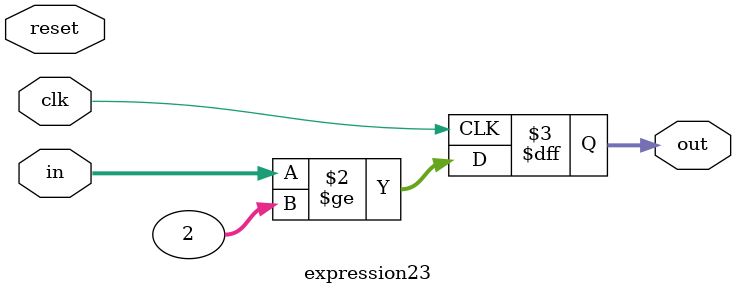
<source format=v>
module expression23
  #(parameter integer WIDTH = 8)
  (input wire             reset,
   input wire             clk,
   input wire [WIDTH-1:0] in,
   output reg [WIDTH-1:0] out);

   always @(posedge clk) out <= in >= 2;

endmodule

</source>
